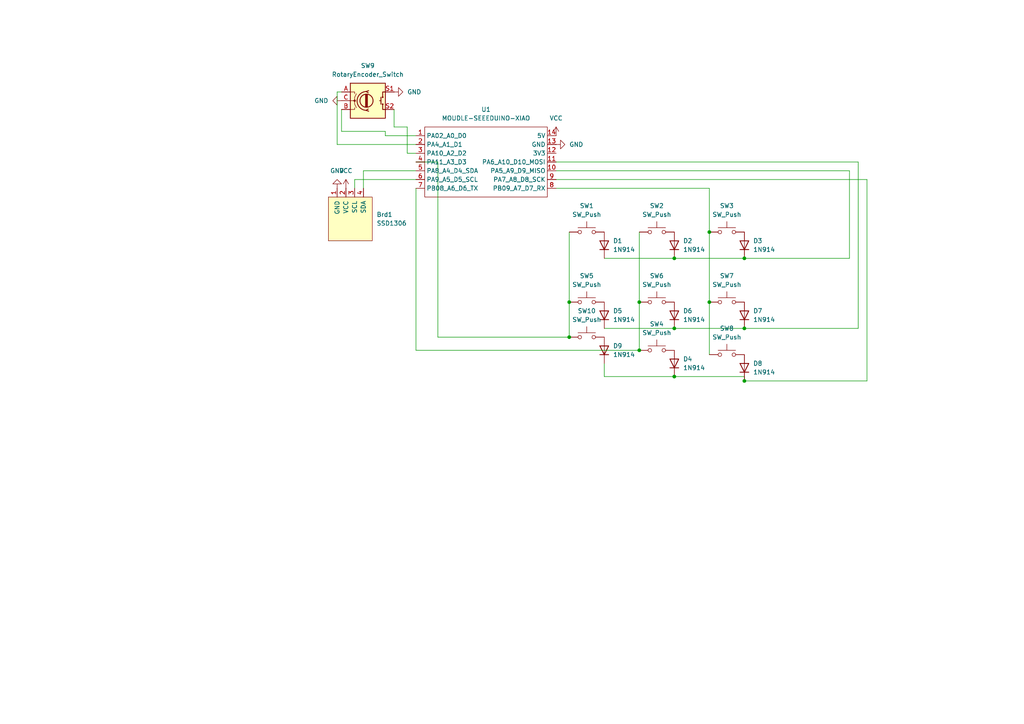
<source format=kicad_sch>
(kicad_sch
	(version 20250114)
	(generator "eeschema")
	(generator_version "9.0")
	(uuid "0bdb54ab-0c80-451c-8b2c-f03233cccc22")
	(paper "A4")
	(lib_symbols
		(symbol "Device:RotaryEncoder_Switch"
			(pin_names
				(offset 0.254)
				(hide yes)
			)
			(exclude_from_sim no)
			(in_bom yes)
			(on_board yes)
			(property "Reference" "SW"
				(at 0 6.604 0)
				(effects
					(font
						(size 1.27 1.27)
					)
				)
			)
			(property "Value" "RotaryEncoder_Switch"
				(at 0 -6.604 0)
				(effects
					(font
						(size 1.27 1.27)
					)
				)
			)
			(property "Footprint" ""
				(at -3.81 4.064 0)
				(effects
					(font
						(size 1.27 1.27)
					)
					(hide yes)
				)
			)
			(property "Datasheet" "~"
				(at 0 6.604 0)
				(effects
					(font
						(size 1.27 1.27)
					)
					(hide yes)
				)
			)
			(property "Description" "Rotary encoder, dual channel, incremental quadrate outputs, with switch"
				(at 0 0 0)
				(effects
					(font
						(size 1.27 1.27)
					)
					(hide yes)
				)
			)
			(property "ki_keywords" "rotary switch encoder switch push button"
				(at 0 0 0)
				(effects
					(font
						(size 1.27 1.27)
					)
					(hide yes)
				)
			)
			(property "ki_fp_filters" "RotaryEncoder*Switch*"
				(at 0 0 0)
				(effects
					(font
						(size 1.27 1.27)
					)
					(hide yes)
				)
			)
			(symbol "RotaryEncoder_Switch_0_1"
				(rectangle
					(start -5.08 5.08)
					(end 5.08 -5.08)
					(stroke
						(width 0.254)
						(type default)
					)
					(fill
						(type background)
					)
				)
				(polyline
					(pts
						(xy -5.08 2.54) (xy -3.81 2.54) (xy -3.81 2.032)
					)
					(stroke
						(width 0)
						(type default)
					)
					(fill
						(type none)
					)
				)
				(polyline
					(pts
						(xy -5.08 0) (xy -3.81 0) (xy -3.81 -1.016) (xy -3.302 -2.032)
					)
					(stroke
						(width 0)
						(type default)
					)
					(fill
						(type none)
					)
				)
				(polyline
					(pts
						(xy -5.08 -2.54) (xy -3.81 -2.54) (xy -3.81 -2.032)
					)
					(stroke
						(width 0)
						(type default)
					)
					(fill
						(type none)
					)
				)
				(polyline
					(pts
						(xy -4.318 0) (xy -3.81 0) (xy -3.81 1.016) (xy -3.302 2.032)
					)
					(stroke
						(width 0)
						(type default)
					)
					(fill
						(type none)
					)
				)
				(circle
					(center -3.81 0)
					(radius 0.254)
					(stroke
						(width 0)
						(type default)
					)
					(fill
						(type outline)
					)
				)
				(polyline
					(pts
						(xy -0.635 -1.778) (xy -0.635 1.778)
					)
					(stroke
						(width 0.254)
						(type default)
					)
					(fill
						(type none)
					)
				)
				(circle
					(center -0.381 0)
					(radius 1.905)
					(stroke
						(width 0.254)
						(type default)
					)
					(fill
						(type none)
					)
				)
				(polyline
					(pts
						(xy -0.381 -1.778) (xy -0.381 1.778)
					)
					(stroke
						(width 0.254)
						(type default)
					)
					(fill
						(type none)
					)
				)
				(arc
					(start -0.381 -2.794)
					(mid -3.0988 -0.0635)
					(end -0.381 2.667)
					(stroke
						(width 0.254)
						(type default)
					)
					(fill
						(type none)
					)
				)
				(polyline
					(pts
						(xy -0.127 1.778) (xy -0.127 -1.778)
					)
					(stroke
						(width 0.254)
						(type default)
					)
					(fill
						(type none)
					)
				)
				(polyline
					(pts
						(xy 0.254 2.921) (xy -0.508 2.667) (xy 0.127 2.286)
					)
					(stroke
						(width 0.254)
						(type default)
					)
					(fill
						(type none)
					)
				)
				(polyline
					(pts
						(xy 0.254 -3.048) (xy -0.508 -2.794) (xy 0.127 -2.413)
					)
					(stroke
						(width 0.254)
						(type default)
					)
					(fill
						(type none)
					)
				)
				(polyline
					(pts
						(xy 3.81 1.016) (xy 3.81 -1.016)
					)
					(stroke
						(width 0.254)
						(type default)
					)
					(fill
						(type none)
					)
				)
				(polyline
					(pts
						(xy 3.81 0) (xy 3.429 0)
					)
					(stroke
						(width 0.254)
						(type default)
					)
					(fill
						(type none)
					)
				)
				(circle
					(center 4.318 1.016)
					(radius 0.127)
					(stroke
						(width 0.254)
						(type default)
					)
					(fill
						(type none)
					)
				)
				(circle
					(center 4.318 -1.016)
					(radius 0.127)
					(stroke
						(width 0.254)
						(type default)
					)
					(fill
						(type none)
					)
				)
				(polyline
					(pts
						(xy 5.08 2.54) (xy 4.318 2.54) (xy 4.318 1.016)
					)
					(stroke
						(width 0.254)
						(type default)
					)
					(fill
						(type none)
					)
				)
				(polyline
					(pts
						(xy 5.08 -2.54) (xy 4.318 -2.54) (xy 4.318 -1.016)
					)
					(stroke
						(width 0.254)
						(type default)
					)
					(fill
						(type none)
					)
				)
			)
			(symbol "RotaryEncoder_Switch_1_1"
				(pin passive line
					(at -7.62 2.54 0)
					(length 2.54)
					(name "A"
						(effects
							(font
								(size 1.27 1.27)
							)
						)
					)
					(number "A"
						(effects
							(font
								(size 1.27 1.27)
							)
						)
					)
				)
				(pin passive line
					(at -7.62 0 0)
					(length 2.54)
					(name "C"
						(effects
							(font
								(size 1.27 1.27)
							)
						)
					)
					(number "C"
						(effects
							(font
								(size 1.27 1.27)
							)
						)
					)
				)
				(pin passive line
					(at -7.62 -2.54 0)
					(length 2.54)
					(name "B"
						(effects
							(font
								(size 1.27 1.27)
							)
						)
					)
					(number "B"
						(effects
							(font
								(size 1.27 1.27)
							)
						)
					)
				)
				(pin passive line
					(at 7.62 2.54 180)
					(length 2.54)
					(name "S1"
						(effects
							(font
								(size 1.27 1.27)
							)
						)
					)
					(number "S1"
						(effects
							(font
								(size 1.27 1.27)
							)
						)
					)
				)
				(pin passive line
					(at 7.62 -2.54 180)
					(length 2.54)
					(name "S2"
						(effects
							(font
								(size 1.27 1.27)
							)
						)
					)
					(number "S2"
						(effects
							(font
								(size 1.27 1.27)
							)
						)
					)
				)
			)
			(embedded_fonts no)
		)
		(symbol "Diode:1N914"
			(pin_numbers
				(hide yes)
			)
			(pin_names
				(hide yes)
			)
			(exclude_from_sim no)
			(in_bom yes)
			(on_board yes)
			(property "Reference" "D"
				(at 0 2.54 0)
				(effects
					(font
						(size 1.27 1.27)
					)
				)
			)
			(property "Value" "1N914"
				(at 0 -2.54 0)
				(effects
					(font
						(size 1.27 1.27)
					)
				)
			)
			(property "Footprint" "Diode_THT:D_DO-35_SOD27_P7.62mm_Horizontal"
				(at 0 -4.445 0)
				(effects
					(font
						(size 1.27 1.27)
					)
					(hide yes)
				)
			)
			(property "Datasheet" "http://www.vishay.com/docs/85622/1n914.pdf"
				(at 0 0 0)
				(effects
					(font
						(size 1.27 1.27)
					)
					(hide yes)
				)
			)
			(property "Description" "100V 0.3A Small Signal Fast Switching Diode, DO-35"
				(at 0 0 0)
				(effects
					(font
						(size 1.27 1.27)
					)
					(hide yes)
				)
			)
			(property "Sim.Device" "D"
				(at 0 0 0)
				(effects
					(font
						(size 1.27 1.27)
					)
					(hide yes)
				)
			)
			(property "Sim.Pins" "1=K 2=A"
				(at 0 0 0)
				(effects
					(font
						(size 1.27 1.27)
					)
					(hide yes)
				)
			)
			(property "ki_keywords" "diode"
				(at 0 0 0)
				(effects
					(font
						(size 1.27 1.27)
					)
					(hide yes)
				)
			)
			(property "ki_fp_filters" "D*DO?35*"
				(at 0 0 0)
				(effects
					(font
						(size 1.27 1.27)
					)
					(hide yes)
				)
			)
			(symbol "1N914_0_1"
				(polyline
					(pts
						(xy -1.27 1.27) (xy -1.27 -1.27)
					)
					(stroke
						(width 0.254)
						(type default)
					)
					(fill
						(type none)
					)
				)
				(polyline
					(pts
						(xy 1.27 1.27) (xy 1.27 -1.27) (xy -1.27 0) (xy 1.27 1.27)
					)
					(stroke
						(width 0.254)
						(type default)
					)
					(fill
						(type none)
					)
				)
				(polyline
					(pts
						(xy 1.27 0) (xy -1.27 0)
					)
					(stroke
						(width 0)
						(type default)
					)
					(fill
						(type none)
					)
				)
			)
			(symbol "1N914_1_1"
				(pin passive line
					(at -3.81 0 0)
					(length 2.54)
					(name "K"
						(effects
							(font
								(size 1.27 1.27)
							)
						)
					)
					(number "1"
						(effects
							(font
								(size 1.27 1.27)
							)
						)
					)
				)
				(pin passive line
					(at 3.81 0 180)
					(length 2.54)
					(name "A"
						(effects
							(font
								(size 1.27 1.27)
							)
						)
					)
					(number "2"
						(effects
							(font
								(size 1.27 1.27)
							)
						)
					)
				)
			)
			(embedded_fonts no)
		)
		(symbol "SSD1306-128x64_OLED:SSD1306"
			(pin_names
				(offset 1.016)
			)
			(exclude_from_sim no)
			(in_bom yes)
			(on_board yes)
			(property "Reference" "Brd"
				(at 0 -3.81 0)
				(effects
					(font
						(size 1.27 1.27)
					)
				)
			)
			(property "Value" "SSD1306"
				(at 0 -1.27 0)
				(effects
					(font
						(size 1.27 1.27)
					)
				)
			)
			(property "Footprint" ""
				(at 0 6.35 0)
				(effects
					(font
						(size 1.27 1.27)
					)
					(hide yes)
				)
			)
			(property "Datasheet" ""
				(at 0 6.35 0)
				(effects
					(font
						(size 1.27 1.27)
					)
					(hide yes)
				)
			)
			(property "Description" ""
				(at 0 0 0)
				(effects
					(font
						(size 1.27 1.27)
					)
					(hide yes)
				)
			)
			(property "ki_fp_filters" "SSD1306-128x64_OLED:SSD1306"
				(at 0 0 0)
				(effects
					(font
						(size 1.27 1.27)
					)
					(hide yes)
				)
			)
			(symbol "SSD1306_0_1"
				(rectangle
					(start -6.35 6.35)
					(end 6.35 -6.35)
					(stroke
						(width 0)
						(type solid)
					)
					(fill
						(type background)
					)
				)
			)
			(symbol "SSD1306_1_1"
				(pin input line
					(at -3.81 8.89 270)
					(length 2.54)
					(name "GND"
						(effects
							(font
								(size 1.27 1.27)
							)
						)
					)
					(number "1"
						(effects
							(font
								(size 1.27 1.27)
							)
						)
					)
				)
				(pin input line
					(at -1.27 8.89 270)
					(length 2.54)
					(name "VCC"
						(effects
							(font
								(size 1.27 1.27)
							)
						)
					)
					(number "2"
						(effects
							(font
								(size 1.27 1.27)
							)
						)
					)
				)
				(pin input line
					(at 1.27 8.89 270)
					(length 2.54)
					(name "SCL"
						(effects
							(font
								(size 1.27 1.27)
							)
						)
					)
					(number "3"
						(effects
							(font
								(size 1.27 1.27)
							)
						)
					)
				)
				(pin input line
					(at 3.81 8.89 270)
					(length 2.54)
					(name "SDA"
						(effects
							(font
								(size 1.27 1.27)
							)
						)
					)
					(number "4"
						(effects
							(font
								(size 1.27 1.27)
							)
						)
					)
				)
			)
			(embedded_fonts no)
		)
		(symbol "Switch:SW_Push"
			(pin_numbers
				(hide yes)
			)
			(pin_names
				(offset 1.016)
				(hide yes)
			)
			(exclude_from_sim no)
			(in_bom yes)
			(on_board yes)
			(property "Reference" "SW"
				(at 1.27 2.54 0)
				(effects
					(font
						(size 1.27 1.27)
					)
					(justify left)
				)
			)
			(property "Value" "SW_Push"
				(at 0 -1.524 0)
				(effects
					(font
						(size 1.27 1.27)
					)
				)
			)
			(property "Footprint" ""
				(at 0 5.08 0)
				(effects
					(font
						(size 1.27 1.27)
					)
					(hide yes)
				)
			)
			(property "Datasheet" "~"
				(at 0 5.08 0)
				(effects
					(font
						(size 1.27 1.27)
					)
					(hide yes)
				)
			)
			(property "Description" "Push button switch, generic, two pins"
				(at 0 0 0)
				(effects
					(font
						(size 1.27 1.27)
					)
					(hide yes)
				)
			)
			(property "ki_keywords" "switch normally-open pushbutton push-button"
				(at 0 0 0)
				(effects
					(font
						(size 1.27 1.27)
					)
					(hide yes)
				)
			)
			(symbol "SW_Push_0_1"
				(circle
					(center -2.032 0)
					(radius 0.508)
					(stroke
						(width 0)
						(type default)
					)
					(fill
						(type none)
					)
				)
				(polyline
					(pts
						(xy 0 1.27) (xy 0 3.048)
					)
					(stroke
						(width 0)
						(type default)
					)
					(fill
						(type none)
					)
				)
				(circle
					(center 2.032 0)
					(radius 0.508)
					(stroke
						(width 0)
						(type default)
					)
					(fill
						(type none)
					)
				)
				(polyline
					(pts
						(xy 2.54 1.27) (xy -2.54 1.27)
					)
					(stroke
						(width 0)
						(type default)
					)
					(fill
						(type none)
					)
				)
				(pin passive line
					(at -5.08 0 0)
					(length 2.54)
					(name "1"
						(effects
							(font
								(size 1.27 1.27)
							)
						)
					)
					(number "1"
						(effects
							(font
								(size 1.27 1.27)
							)
						)
					)
				)
				(pin passive line
					(at 5.08 0 180)
					(length 2.54)
					(name "2"
						(effects
							(font
								(size 1.27 1.27)
							)
						)
					)
					(number "2"
						(effects
							(font
								(size 1.27 1.27)
							)
						)
					)
				)
			)
			(embedded_fonts no)
		)
		(symbol "XIAO_RP2040:MOUDLE-SEEEDUINO-XIAO"
			(exclude_from_sim no)
			(in_bom yes)
			(on_board yes)
			(property "Reference" "U"
				(at -16.51 11.43 0)
				(effects
					(font
						(size 1.27 1.27)
					)
				)
			)
			(property "Value" "MOUDLE-SEEEDUINO-XIAO"
				(at -3.81 -11.43 0)
				(effects
					(font
						(size 1.27 1.27)
					)
				)
			)
			(property "Footprint" ""
				(at -16.51 2.54 0)
				(effects
					(font
						(size 1.27 1.27)
					)
					(hide yes)
				)
			)
			(property "Datasheet" ""
				(at -16.51 2.54 0)
				(effects
					(font
						(size 1.27 1.27)
					)
					(hide yes)
				)
			)
			(property "Description" ""
				(at 0 0 0)
				(effects
					(font
						(size 1.27 1.27)
					)
					(hide yes)
				)
			)
			(symbol "MOUDLE-SEEEDUINO-XIAO_0_1"
				(rectangle
					(start -16.51 10.16)
					(end 19.05 -10.16)
					(stroke
						(width 0)
						(type default)
					)
					(fill
						(type none)
					)
				)
			)
			(symbol "MOUDLE-SEEEDUINO-XIAO_1_1"
				(pin passive line
					(at -19.05 7.62 0)
					(length 2.54)
					(name "PA02_A0_D0"
						(effects
							(font
								(size 1.27 1.27)
							)
						)
					)
					(number "1"
						(effects
							(font
								(size 1.27 1.27)
							)
						)
					)
				)
				(pin passive line
					(at -19.05 5.08 0)
					(length 2.54)
					(name "PA4_A1_D1"
						(effects
							(font
								(size 1.27 1.27)
							)
						)
					)
					(number "2"
						(effects
							(font
								(size 1.27 1.27)
							)
						)
					)
				)
				(pin passive line
					(at -19.05 2.54 0)
					(length 2.54)
					(name "PA10_A2_D2"
						(effects
							(font
								(size 1.27 1.27)
							)
						)
					)
					(number "3"
						(effects
							(font
								(size 1.27 1.27)
							)
						)
					)
				)
				(pin passive line
					(at -19.05 0 0)
					(length 2.54)
					(name "PA11_A3_D3"
						(effects
							(font
								(size 1.27 1.27)
							)
						)
					)
					(number "4"
						(effects
							(font
								(size 1.27 1.27)
							)
						)
					)
				)
				(pin passive line
					(at -19.05 -2.54 0)
					(length 2.54)
					(name "PA8_A4_D4_SDA"
						(effects
							(font
								(size 1.27 1.27)
							)
						)
					)
					(number "5"
						(effects
							(font
								(size 1.27 1.27)
							)
						)
					)
				)
				(pin passive line
					(at -19.05 -5.08 0)
					(length 2.54)
					(name "PA9_A5_D5_SCL"
						(effects
							(font
								(size 1.27 1.27)
							)
						)
					)
					(number "6"
						(effects
							(font
								(size 1.27 1.27)
							)
						)
					)
				)
				(pin passive line
					(at -19.05 -7.62 0)
					(length 2.54)
					(name "PB08_A6_D6_TX"
						(effects
							(font
								(size 1.27 1.27)
							)
						)
					)
					(number "7"
						(effects
							(font
								(size 1.27 1.27)
							)
						)
					)
				)
				(pin passive line
					(at 21.59 7.62 180)
					(length 2.54)
					(name "5V"
						(effects
							(font
								(size 1.27 1.27)
							)
						)
					)
					(number "14"
						(effects
							(font
								(size 1.27 1.27)
							)
						)
					)
				)
				(pin passive line
					(at 21.59 5.08 180)
					(length 2.54)
					(name "GND"
						(effects
							(font
								(size 1.27 1.27)
							)
						)
					)
					(number "13"
						(effects
							(font
								(size 1.27 1.27)
							)
						)
					)
				)
				(pin passive line
					(at 21.59 2.54 180)
					(length 2.54)
					(name "3V3"
						(effects
							(font
								(size 1.27 1.27)
							)
						)
					)
					(number "12"
						(effects
							(font
								(size 1.27 1.27)
							)
						)
					)
				)
				(pin passive line
					(at 21.59 0 180)
					(length 2.54)
					(name "PA6_A10_D10_MOSI"
						(effects
							(font
								(size 1.27 1.27)
							)
						)
					)
					(number "11"
						(effects
							(font
								(size 1.27 1.27)
							)
						)
					)
				)
				(pin passive line
					(at 21.59 -2.54 180)
					(length 2.54)
					(name "PA5_A9_D9_MISO"
						(effects
							(font
								(size 1.27 1.27)
							)
						)
					)
					(number "10"
						(effects
							(font
								(size 1.27 1.27)
							)
						)
					)
				)
				(pin passive line
					(at 21.59 -5.08 180)
					(length 2.54)
					(name "PA7_A8_D8_SCK"
						(effects
							(font
								(size 1.27 1.27)
							)
						)
					)
					(number "9"
						(effects
							(font
								(size 1.27 1.27)
							)
						)
					)
				)
				(pin passive line
					(at 21.59 -7.62 180)
					(length 2.54)
					(name "PB09_A7_D7_RX"
						(effects
							(font
								(size 1.27 1.27)
							)
						)
					)
					(number "8"
						(effects
							(font
								(size 1.27 1.27)
							)
						)
					)
				)
			)
			(embedded_fonts no)
		)
		(symbol "power:GND"
			(power)
			(pin_numbers
				(hide yes)
			)
			(pin_names
				(offset 0)
				(hide yes)
			)
			(exclude_from_sim no)
			(in_bom yes)
			(on_board yes)
			(property "Reference" "#PWR"
				(at 0 -6.35 0)
				(effects
					(font
						(size 1.27 1.27)
					)
					(hide yes)
				)
			)
			(property "Value" "GND"
				(at 0 -3.81 0)
				(effects
					(font
						(size 1.27 1.27)
					)
				)
			)
			(property "Footprint" ""
				(at 0 0 0)
				(effects
					(font
						(size 1.27 1.27)
					)
					(hide yes)
				)
			)
			(property "Datasheet" ""
				(at 0 0 0)
				(effects
					(font
						(size 1.27 1.27)
					)
					(hide yes)
				)
			)
			(property "Description" "Power symbol creates a global label with name \"GND\" , ground"
				(at 0 0 0)
				(effects
					(font
						(size 1.27 1.27)
					)
					(hide yes)
				)
			)
			(property "ki_keywords" "global power"
				(at 0 0 0)
				(effects
					(font
						(size 1.27 1.27)
					)
					(hide yes)
				)
			)
			(symbol "GND_0_1"
				(polyline
					(pts
						(xy 0 0) (xy 0 -1.27) (xy 1.27 -1.27) (xy 0 -2.54) (xy -1.27 -1.27) (xy 0 -1.27)
					)
					(stroke
						(width 0)
						(type default)
					)
					(fill
						(type none)
					)
				)
			)
			(symbol "GND_1_1"
				(pin power_in line
					(at 0 0 270)
					(length 0)
					(name "~"
						(effects
							(font
								(size 1.27 1.27)
							)
						)
					)
					(number "1"
						(effects
							(font
								(size 1.27 1.27)
							)
						)
					)
				)
			)
			(embedded_fonts no)
		)
		(symbol "power:VCC"
			(power)
			(pin_numbers
				(hide yes)
			)
			(pin_names
				(offset 0)
				(hide yes)
			)
			(exclude_from_sim no)
			(in_bom yes)
			(on_board yes)
			(property "Reference" "#PWR"
				(at 0 -3.81 0)
				(effects
					(font
						(size 1.27 1.27)
					)
					(hide yes)
				)
			)
			(property "Value" "VCC"
				(at 0 3.556 0)
				(effects
					(font
						(size 1.27 1.27)
					)
				)
			)
			(property "Footprint" ""
				(at 0 0 0)
				(effects
					(font
						(size 1.27 1.27)
					)
					(hide yes)
				)
			)
			(property "Datasheet" ""
				(at 0 0 0)
				(effects
					(font
						(size 1.27 1.27)
					)
					(hide yes)
				)
			)
			(property "Description" "Power symbol creates a global label with name \"VCC\""
				(at 0 0 0)
				(effects
					(font
						(size 1.27 1.27)
					)
					(hide yes)
				)
			)
			(property "ki_keywords" "global power"
				(at 0 0 0)
				(effects
					(font
						(size 1.27 1.27)
					)
					(hide yes)
				)
			)
			(symbol "VCC_0_1"
				(polyline
					(pts
						(xy -0.762 1.27) (xy 0 2.54)
					)
					(stroke
						(width 0)
						(type default)
					)
					(fill
						(type none)
					)
				)
				(polyline
					(pts
						(xy 0 2.54) (xy 0.762 1.27)
					)
					(stroke
						(width 0)
						(type default)
					)
					(fill
						(type none)
					)
				)
				(polyline
					(pts
						(xy 0 0) (xy 0 2.54)
					)
					(stroke
						(width 0)
						(type default)
					)
					(fill
						(type none)
					)
				)
			)
			(symbol "VCC_1_1"
				(pin power_in line
					(at 0 0 90)
					(length 0)
					(name "~"
						(effects
							(font
								(size 1.27 1.27)
							)
						)
					)
					(number "1"
						(effects
							(font
								(size 1.27 1.27)
							)
						)
					)
				)
			)
			(embedded_fonts no)
		)
	)
	(junction
		(at 165.1 97.79)
		(diameter 0)
		(color 0 0 0 0)
		(uuid "1822b220-af95-4f7e-9e1e-b7da45dc5661")
	)
	(junction
		(at 215.9 74.93)
		(diameter 0)
		(color 0 0 0 0)
		(uuid "27d3ba22-bfe4-4e41-9765-ba2ea22f6c1d")
	)
	(junction
		(at 165.1 87.63)
		(diameter 0)
		(color 0 0 0 0)
		(uuid "4c7888b6-43b1-461d-b007-3c44eabcb180")
	)
	(junction
		(at 195.58 95.25)
		(diameter 0)
		(color 0 0 0 0)
		(uuid "55c48d40-cb77-4abd-a6b9-b96b5d097edd")
	)
	(junction
		(at 205.74 87.63)
		(diameter 0)
		(color 0 0 0 0)
		(uuid "55ec1652-eac9-47aa-ba6e-f385cc9385a2")
	)
	(junction
		(at 215.9 110.49)
		(diameter 0)
		(color 0 0 0 0)
		(uuid "6827ada5-81a5-4014-ad3e-d2c9416f8618")
	)
	(junction
		(at 185.42 101.6)
		(diameter 0)
		(color 0 0 0 0)
		(uuid "77c7dbbc-3579-4b45-9ed1-0b178c6f0152")
	)
	(junction
		(at 215.9 95.25)
		(diameter 0)
		(color 0 0 0 0)
		(uuid "87e9a2d9-ab35-4a09-aa96-cbf757e2a561")
	)
	(junction
		(at 195.58 74.93)
		(diameter 0)
		(color 0 0 0 0)
		(uuid "a75e96fd-aaf8-41ac-97c4-612a3660707e")
	)
	(junction
		(at 195.58 109.22)
		(diameter 0)
		(color 0 0 0 0)
		(uuid "daf3122d-e49f-41e5-8c22-677e1fb0649d")
	)
	(junction
		(at 185.42 87.63)
		(diameter 0)
		(color 0 0 0 0)
		(uuid "ebd27312-6d1d-4c61-9b17-c734bdc5da97")
	)
	(junction
		(at 205.74 67.31)
		(diameter 0)
		(color 0 0 0 0)
		(uuid "f8348005-28f1-4647-ad1b-0d50ef96b70f")
	)
	(wire
		(pts
			(xy 248.92 95.25) (xy 248.92 46.99)
		)
		(stroke
			(width 0)
			(type default)
		)
		(uuid "0116ddc5-787f-420f-930c-650f992d8554")
	)
	(wire
		(pts
			(xy 205.74 54.61) (xy 161.29 54.61)
		)
		(stroke
			(width 0)
			(type default)
		)
		(uuid "03fa9bb6-ff8d-4302-bfa1-c17d69cd803e")
	)
	(wire
		(pts
			(xy 248.92 46.99) (xy 161.29 46.99)
		)
		(stroke
			(width 0)
			(type default)
		)
		(uuid "0fb8f1e3-543c-4b40-af00-cae7b80f2851")
	)
	(wire
		(pts
			(xy 205.74 87.63) (xy 205.74 67.31)
		)
		(stroke
			(width 0)
			(type default)
		)
		(uuid "10f7c91c-f3b8-44a9-999f-657d1c01c6c4")
	)
	(wire
		(pts
			(xy 195.58 74.93) (xy 215.9 74.93)
		)
		(stroke
			(width 0)
			(type default)
		)
		(uuid "111e01b2-ef5f-40cb-af70-d5f81c0fde6c")
	)
	(wire
		(pts
			(xy 120.65 101.6) (xy 120.65 54.61)
		)
		(stroke
			(width 0)
			(type default)
		)
		(uuid "115fd75c-f068-43de-aeee-4df41566968d")
	)
	(wire
		(pts
			(xy 120.65 39.37) (xy 111.76 39.37)
		)
		(stroke
			(width 0)
			(type default)
		)
		(uuid "116d8b5b-7a51-46fa-b2c0-63b1d01d67f3")
	)
	(wire
		(pts
			(xy 114.3 36.83) (xy 114.3 31.75)
		)
		(stroke
			(width 0)
			(type default)
		)
		(uuid "11a47768-21a8-4396-8a72-df30d7c3f252")
	)
	(wire
		(pts
			(xy 127 46.99) (xy 120.65 46.99)
		)
		(stroke
			(width 0)
			(type default)
		)
		(uuid "199171e2-dd8d-45cd-b451-24f791e24cf0")
	)
	(wire
		(pts
			(xy 127 97.79) (xy 127 46.99)
		)
		(stroke
			(width 0)
			(type default)
		)
		(uuid "1cea8f8b-0249-43e5-8907-ba5e67480e82")
	)
	(wire
		(pts
			(xy 175.26 109.22) (xy 195.58 109.22)
		)
		(stroke
			(width 0)
			(type default)
		)
		(uuid "1e06fdd9-2aab-467c-a728-f0a31410f030")
	)
	(wire
		(pts
			(xy 97.79 41.91) (xy 120.65 41.91)
		)
		(stroke
			(width 0)
			(type default)
		)
		(uuid "24e4e009-f3bf-4b52-aabd-cc09b640b403")
	)
	(wire
		(pts
			(xy 102.87 52.07) (xy 120.65 52.07)
		)
		(stroke
			(width 0)
			(type default)
		)
		(uuid "39d28b99-d877-4d07-afa9-ee3d79dfc070")
	)
	(wire
		(pts
			(xy 215.9 74.93) (xy 246.38 74.93)
		)
		(stroke
			(width 0)
			(type default)
		)
		(uuid "45cbcc7c-6815-4a72-ad24-64b2675bc6d6")
	)
	(wire
		(pts
			(xy 99.06 38.1) (xy 99.06 31.75)
		)
		(stroke
			(width 0)
			(type default)
		)
		(uuid "4bfa5e80-6c91-4036-907c-1ad6a5f7fcb5")
	)
	(wire
		(pts
			(xy 185.42 101.6) (xy 120.65 101.6)
		)
		(stroke
			(width 0)
			(type default)
		)
		(uuid "55829d3f-d693-44b6-bea0-8f975f5ca718")
	)
	(wire
		(pts
			(xy 175.26 74.93) (xy 195.58 74.93)
		)
		(stroke
			(width 0)
			(type default)
		)
		(uuid "5aed49f9-7979-41ac-aee8-f846930e59f8")
	)
	(wire
		(pts
			(xy 185.42 67.31) (xy 185.42 87.63)
		)
		(stroke
			(width 0)
			(type default)
		)
		(uuid "5c0592be-fcce-4575-a328-4fd053aadba8")
	)
	(wire
		(pts
			(xy 251.46 110.49) (xy 251.46 52.07)
		)
		(stroke
			(width 0)
			(type default)
		)
		(uuid "60ac75ac-95f1-44b8-81ef-51652723bd31")
	)
	(wire
		(pts
			(xy 195.58 109.22) (xy 215.9 109.22)
		)
		(stroke
			(width 0)
			(type default)
		)
		(uuid "60b8d59f-ae19-4317-8141-64792469d136")
	)
	(wire
		(pts
			(xy 111.76 39.37) (xy 111.76 38.1)
		)
		(stroke
			(width 0)
			(type default)
		)
		(uuid "611c9d1d-b52d-48d2-bfe4-c7ebfd14b3c3")
	)
	(wire
		(pts
			(xy 165.1 67.31) (xy 165.1 87.63)
		)
		(stroke
			(width 0)
			(type default)
		)
		(uuid "6b494823-894a-416d-82cb-4b0657136c24")
	)
	(wire
		(pts
			(xy 102.87 54.61) (xy 102.87 52.07)
		)
		(stroke
			(width 0)
			(type default)
		)
		(uuid "6d326e1a-60ef-4670-9910-f32c309070fb")
	)
	(wire
		(pts
			(xy 99.06 26.67) (xy 97.79 26.67)
		)
		(stroke
			(width 0)
			(type default)
		)
		(uuid "71771b4a-b283-47b5-90ad-3aeb470ea7ca")
	)
	(wire
		(pts
			(xy 246.38 49.53) (xy 161.29 49.53)
		)
		(stroke
			(width 0)
			(type default)
		)
		(uuid "7204672e-26cc-4c37-90d8-ce01badd1f9a")
	)
	(wire
		(pts
			(xy 165.1 97.79) (xy 127 97.79)
		)
		(stroke
			(width 0)
			(type default)
		)
		(uuid "7423fec6-baea-4696-ac90-bd0b7c9d3f07")
	)
	(wire
		(pts
			(xy 118.11 44.45) (xy 118.11 36.83)
		)
		(stroke
			(width 0)
			(type default)
		)
		(uuid "7b9cf4c0-6385-4625-ac04-32115ee5a811")
	)
	(wire
		(pts
			(xy 105.41 49.53) (xy 120.65 49.53)
		)
		(stroke
			(width 0)
			(type default)
		)
		(uuid "7e5ac880-6a63-45de-b52f-84e65b913dd4")
	)
	(wire
		(pts
			(xy 118.11 36.83) (xy 114.3 36.83)
		)
		(stroke
			(width 0)
			(type default)
		)
		(uuid "8db323d5-97f5-4e23-809e-55101a8e2c68")
	)
	(wire
		(pts
			(xy 111.76 38.1) (xy 99.06 38.1)
		)
		(stroke
			(width 0)
			(type default)
		)
		(uuid "931a806b-6dde-4cf4-b754-1b23e389056b")
	)
	(wire
		(pts
			(xy 175.26 95.25) (xy 195.58 95.25)
		)
		(stroke
			(width 0)
			(type default)
		)
		(uuid "9809a099-1eab-4873-9be0-8e113a7be4ac")
	)
	(wire
		(pts
			(xy 105.41 54.61) (xy 105.41 49.53)
		)
		(stroke
			(width 0)
			(type default)
		)
		(uuid "9da4d7db-25d6-4ed4-9b7b-e47bd2335145")
	)
	(wire
		(pts
			(xy 215.9 109.22) (xy 215.9 110.49)
		)
		(stroke
			(width 0)
			(type default)
		)
		(uuid "abf9469e-90d0-4438-8e4d-df88247660e7")
	)
	(wire
		(pts
			(xy 195.58 95.25) (xy 215.9 95.25)
		)
		(stroke
			(width 0)
			(type default)
		)
		(uuid "ac4e2dcd-d138-4c47-b995-4d4a6def6811")
	)
	(wire
		(pts
			(xy 120.65 44.45) (xy 118.11 44.45)
		)
		(stroke
			(width 0)
			(type default)
		)
		(uuid "ad045965-b9d0-4d53-926f-febff19d0a11")
	)
	(wire
		(pts
			(xy 215.9 110.49) (xy 251.46 110.49)
		)
		(stroke
			(width 0)
			(type default)
		)
		(uuid "b8c82166-b73e-49a5-a121-5108790c245c")
	)
	(wire
		(pts
			(xy 215.9 95.25) (xy 248.92 95.25)
		)
		(stroke
			(width 0)
			(type default)
		)
		(uuid "ccaeeb9d-50d9-4ec9-8b5b-b25df0e76492")
	)
	(wire
		(pts
			(xy 175.26 105.41) (xy 175.26 109.22)
		)
		(stroke
			(width 0)
			(type default)
		)
		(uuid "d1aa0fa2-f864-46fd-84ec-a14e092d26fc")
	)
	(wire
		(pts
			(xy 97.79 26.67) (xy 97.79 41.91)
		)
		(stroke
			(width 0)
			(type default)
		)
		(uuid "d374c5cf-e444-497b-b4ea-9395db992d0f")
	)
	(wire
		(pts
			(xy 205.74 87.63) (xy 205.74 102.87)
		)
		(stroke
			(width 0)
			(type default)
		)
		(uuid "d58ae4fc-b164-414b-8f7f-04c44d67c251")
	)
	(wire
		(pts
			(xy 185.42 87.63) (xy 185.42 101.6)
		)
		(stroke
			(width 0)
			(type default)
		)
		(uuid "e96fcf97-e1b8-408d-bf9b-72f35a6165ab")
	)
	(wire
		(pts
			(xy 165.1 87.63) (xy 165.1 97.79)
		)
		(stroke
			(width 0)
			(type default)
		)
		(uuid "eee29412-331a-464f-acc9-feb670aab099")
	)
	(wire
		(pts
			(xy 251.46 52.07) (xy 161.29 52.07)
		)
		(stroke
			(width 0)
			(type default)
		)
		(uuid "f70d4f37-4959-4a65-b9fb-f7e9bb2113f1")
	)
	(wire
		(pts
			(xy 205.74 67.31) (xy 205.74 54.61)
		)
		(stroke
			(width 0)
			(type default)
		)
		(uuid "fc6a1f9d-4210-4483-9833-b3dcd54d53d0")
	)
	(wire
		(pts
			(xy 246.38 74.93) (xy 246.38 49.53)
		)
		(stroke
			(width 0)
			(type default)
		)
		(uuid "fce122e1-f206-44a0-b87d-9234c9e517d6")
	)
	(symbol
		(lib_id "Switch:SW_Push")
		(at 190.5 67.31 0)
		(unit 1)
		(exclude_from_sim no)
		(in_bom yes)
		(on_board yes)
		(dnp no)
		(fields_autoplaced yes)
		(uuid "13bd0fbe-b2dd-4ebc-b2b8-ceaa60276112")
		(property "Reference" "SW2"
			(at 190.5 59.69 0)
			(effects
				(font
					(size 1.27 1.27)
				)
			)
		)
		(property "Value" "SW_Push"
			(at 190.5 62.23 0)
			(effects
				(font
					(size 1.27 1.27)
				)
			)
		)
		(property "Footprint" "Button_Switch_Keyboard:SW_Cherry_MX_1.00u_PCB"
			(at 190.5 62.23 0)
			(effects
				(font
					(size 1.27 1.27)
				)
				(hide yes)
			)
		)
		(property "Datasheet" "~"
			(at 190.5 62.23 0)
			(effects
				(font
					(size 1.27 1.27)
				)
				(hide yes)
			)
		)
		(property "Description" "Push button switch, generic, two pins"
			(at 190.5 67.31 0)
			(effects
				(font
					(size 1.27 1.27)
				)
				(hide yes)
			)
		)
		(pin "2"
			(uuid "ff8c7aab-7d2f-4ea9-8a62-e9101b834e9d")
		)
		(pin "1"
			(uuid "9579a2ae-5ffb-4967-9d5a-1fa399e7a684")
		)
		(instances
			(project "bigboi_quandildingle"
				(path "/0bdb54ab-0c80-451c-8b2c-f03233cccc22"
					(reference "SW2")
					(unit 1)
				)
			)
		)
	)
	(symbol
		(lib_id "Switch:SW_Push")
		(at 170.18 87.63 0)
		(unit 1)
		(exclude_from_sim no)
		(in_bom yes)
		(on_board yes)
		(dnp no)
		(fields_autoplaced yes)
		(uuid "170eb97b-f1f0-4716-8882-453d25a3f67d")
		(property "Reference" "SW5"
			(at 170.18 80.01 0)
			(effects
				(font
					(size 1.27 1.27)
				)
			)
		)
		(property "Value" "SW_Push"
			(at 170.18 82.55 0)
			(effects
				(font
					(size 1.27 1.27)
				)
			)
		)
		(property "Footprint" "Button_Switch_Keyboard:SW_Cherry_MX_1.00u_PCB"
			(at 170.18 82.55 0)
			(effects
				(font
					(size 1.27 1.27)
				)
				(hide yes)
			)
		)
		(property "Datasheet" "~"
			(at 170.18 82.55 0)
			(effects
				(font
					(size 1.27 1.27)
				)
				(hide yes)
			)
		)
		(property "Description" "Push button switch, generic, two pins"
			(at 170.18 87.63 0)
			(effects
				(font
					(size 1.27 1.27)
				)
				(hide yes)
			)
		)
		(pin "2"
			(uuid "549f8bc6-13b2-4b97-ab2f-816b2e61bfee")
		)
		(pin "1"
			(uuid "df8120b9-96b7-46f3-a207-64bdc97054a2")
		)
		(instances
			(project "bigboi_quandildingle"
				(path "/0bdb54ab-0c80-451c-8b2c-f03233cccc22"
					(reference "SW5")
					(unit 1)
				)
			)
		)
	)
	(symbol
		(lib_id "Diode:1N914")
		(at 215.9 106.68 90)
		(unit 1)
		(exclude_from_sim no)
		(in_bom yes)
		(on_board yes)
		(dnp no)
		(fields_autoplaced yes)
		(uuid "1acea187-c044-4afd-8fe9-8a3a79133df0")
		(property "Reference" "D8"
			(at 218.44 105.4099 90)
			(effects
				(font
					(size 1.27 1.27)
				)
				(justify right)
			)
		)
		(property "Value" "1N914"
			(at 218.44 107.9499 90)
			(effects
				(font
					(size 1.27 1.27)
				)
				(justify right)
			)
		)
		(property "Footprint" "Diode_THT:D_DO-35_SOD27_P7.62mm_Horizontal"
			(at 220.345 106.68 0)
			(effects
				(font
					(size 1.27 1.27)
				)
				(hide yes)
			)
		)
		(property "Datasheet" "http://www.vishay.com/docs/85622/1n914.pdf"
			(at 215.9 106.68 0)
			(effects
				(font
					(size 1.27 1.27)
				)
				(hide yes)
			)
		)
		(property "Description" "100V 0.3A Small Signal Fast Switching Diode, DO-35"
			(at 215.9 106.68 0)
			(effects
				(font
					(size 1.27 1.27)
				)
				(hide yes)
			)
		)
		(property "Sim.Device" "D"
			(at 215.9 106.68 0)
			(effects
				(font
					(size 1.27 1.27)
				)
				(hide yes)
			)
		)
		(property "Sim.Pins" "1=K 2=A"
			(at 215.9 106.68 0)
			(effects
				(font
					(size 1.27 1.27)
				)
				(hide yes)
			)
		)
		(pin "1"
			(uuid "bf2dcf2f-cf6d-4875-bfc7-306212b5f190")
		)
		(pin "2"
			(uuid "f7ed7793-ec22-43c2-afd5-a38c8acd69fa")
		)
		(instances
			(project "bigboi_quandildingle"
				(path "/0bdb54ab-0c80-451c-8b2c-f03233cccc22"
					(reference "D8")
					(unit 1)
				)
			)
		)
	)
	(symbol
		(lib_id "Switch:SW_Push")
		(at 190.5 87.63 0)
		(unit 1)
		(exclude_from_sim no)
		(in_bom yes)
		(on_board yes)
		(dnp no)
		(fields_autoplaced yes)
		(uuid "29928dc4-0f5a-4739-a626-85c63656028c")
		(property "Reference" "SW6"
			(at 190.5 80.01 0)
			(effects
				(font
					(size 1.27 1.27)
				)
			)
		)
		(property "Value" "SW_Push"
			(at 190.5 82.55 0)
			(effects
				(font
					(size 1.27 1.27)
				)
			)
		)
		(property "Footprint" "Button_Switch_Keyboard:SW_Cherry_MX_1.00u_PCB"
			(at 190.5 82.55 0)
			(effects
				(font
					(size 1.27 1.27)
				)
				(hide yes)
			)
		)
		(property "Datasheet" "~"
			(at 190.5 82.55 0)
			(effects
				(font
					(size 1.27 1.27)
				)
				(hide yes)
			)
		)
		(property "Description" "Push button switch, generic, two pins"
			(at 190.5 87.63 0)
			(effects
				(font
					(size 1.27 1.27)
				)
				(hide yes)
			)
		)
		(pin "2"
			(uuid "32444912-b438-42a5-8252-ed399f23982b")
		)
		(pin "1"
			(uuid "7b8ea9c0-27ab-4877-bf95-8b7a5f7c41a5")
		)
		(instances
			(project "bigboi_quandildingle"
				(path "/0bdb54ab-0c80-451c-8b2c-f03233cccc22"
					(reference "SW6")
					(unit 1)
				)
			)
		)
	)
	(symbol
		(lib_id "Switch:SW_Push")
		(at 170.18 67.31 0)
		(unit 1)
		(exclude_from_sim no)
		(in_bom yes)
		(on_board yes)
		(dnp no)
		(fields_autoplaced yes)
		(uuid "37e401e9-b3af-484e-b265-b9ce2c0d72a5")
		(property "Reference" "SW1"
			(at 170.18 59.69 0)
			(effects
				(font
					(size 1.27 1.27)
				)
			)
		)
		(property "Value" "SW_Push"
			(at 170.18 62.23 0)
			(effects
				(font
					(size 1.27 1.27)
				)
			)
		)
		(property "Footprint" "Button_Switch_Keyboard:SW_Cherry_MX_1.00u_PCB"
			(at 170.18 62.23 0)
			(effects
				(font
					(size 1.27 1.27)
				)
				(hide yes)
			)
		)
		(property "Datasheet" "~"
			(at 170.18 62.23 0)
			(effects
				(font
					(size 1.27 1.27)
				)
				(hide yes)
			)
		)
		(property "Description" "Push button switch, generic, two pins"
			(at 170.18 67.31 0)
			(effects
				(font
					(size 1.27 1.27)
				)
				(hide yes)
			)
		)
		(pin "2"
			(uuid "3e327359-8ebd-4d1c-ba31-05dfe3032037")
		)
		(pin "1"
			(uuid "8cbca356-3231-4e13-a038-872cee9fca39")
		)
		(instances
			(project ""
				(path "/0bdb54ab-0c80-451c-8b2c-f03233cccc22"
					(reference "SW1")
					(unit 1)
				)
			)
		)
	)
	(symbol
		(lib_id "power:VCC")
		(at 100.33 54.61 0)
		(unit 1)
		(exclude_from_sim no)
		(in_bom yes)
		(on_board yes)
		(dnp no)
		(fields_autoplaced yes)
		(uuid "3fd27b98-4712-4d70-9af8-332085e9ffe3")
		(property "Reference" "#PWR06"
			(at 100.33 58.42 0)
			(effects
				(font
					(size 1.27 1.27)
				)
				(hide yes)
			)
		)
		(property "Value" "VCC"
			(at 100.33 49.53 0)
			(effects
				(font
					(size 1.27 1.27)
				)
			)
		)
		(property "Footprint" ""
			(at 100.33 54.61 0)
			(effects
				(font
					(size 1.27 1.27)
				)
				(hide yes)
			)
		)
		(property "Datasheet" ""
			(at 100.33 54.61 0)
			(effects
				(font
					(size 1.27 1.27)
				)
				(hide yes)
			)
		)
		(property "Description" "Power symbol creates a global label with name \"VCC\""
			(at 100.33 54.61 0)
			(effects
				(font
					(size 1.27 1.27)
				)
				(hide yes)
			)
		)
		(pin "1"
			(uuid "07cdc164-8d80-4f8c-808a-35134f797984")
		)
		(instances
			(project ""
				(path "/0bdb54ab-0c80-451c-8b2c-f03233cccc22"
					(reference "#PWR06")
					(unit 1)
				)
			)
		)
	)
	(symbol
		(lib_id "Diode:1N914")
		(at 175.26 71.12 90)
		(unit 1)
		(exclude_from_sim no)
		(in_bom yes)
		(on_board yes)
		(dnp no)
		(fields_autoplaced yes)
		(uuid "43e07112-e425-4697-abac-4bfa7e7a5e78")
		(property "Reference" "D1"
			(at 177.8 69.8499 90)
			(effects
				(font
					(size 1.27 1.27)
				)
				(justify right)
			)
		)
		(property "Value" "1N914"
			(at 177.8 72.3899 90)
			(effects
				(font
					(size 1.27 1.27)
				)
				(justify right)
			)
		)
		(property "Footprint" "Diode_THT:D_DO-35_SOD27_P7.62mm_Horizontal"
			(at 179.705 71.12 0)
			(effects
				(font
					(size 1.27 1.27)
				)
				(hide yes)
			)
		)
		(property "Datasheet" "http://www.vishay.com/docs/85622/1n914.pdf"
			(at 175.26 71.12 0)
			(effects
				(font
					(size 1.27 1.27)
				)
				(hide yes)
			)
		)
		(property "Description" "100V 0.3A Small Signal Fast Switching Diode, DO-35"
			(at 175.26 71.12 0)
			(effects
				(font
					(size 1.27 1.27)
				)
				(hide yes)
			)
		)
		(property "Sim.Device" "D"
			(at 175.26 71.12 0)
			(effects
				(font
					(size 1.27 1.27)
				)
				(hide yes)
			)
		)
		(property "Sim.Pins" "1=K 2=A"
			(at 175.26 71.12 0)
			(effects
				(font
					(size 1.27 1.27)
				)
				(hide yes)
			)
		)
		(pin "1"
			(uuid "aea2d2dc-10c7-41eb-8589-f0a4a88fe547")
		)
		(pin "2"
			(uuid "8a6ac7aa-72c7-4613-b099-1dc18142bcf7")
		)
		(instances
			(project ""
				(path "/0bdb54ab-0c80-451c-8b2c-f03233cccc22"
					(reference "D1")
					(unit 1)
				)
			)
		)
	)
	(symbol
		(lib_id "Diode:1N914")
		(at 175.26 101.6 90)
		(unit 1)
		(exclude_from_sim no)
		(in_bom yes)
		(on_board yes)
		(dnp no)
		(fields_autoplaced yes)
		(uuid "45244950-e3f3-46ac-92cb-6ab3b32b9bd5")
		(property "Reference" "D9"
			(at 177.8 100.3299 90)
			(effects
				(font
					(size 1.27 1.27)
				)
				(justify right)
			)
		)
		(property "Value" "1N914"
			(at 177.8 102.8699 90)
			(effects
				(font
					(size 1.27 1.27)
				)
				(justify right)
			)
		)
		(property "Footprint" "Diode_THT:D_DO-35_SOD27_P7.62mm_Horizontal"
			(at 179.705 101.6 0)
			(effects
				(font
					(size 1.27 1.27)
				)
				(hide yes)
			)
		)
		(property "Datasheet" "http://www.vishay.com/docs/85622/1n914.pdf"
			(at 175.26 101.6 0)
			(effects
				(font
					(size 1.27 1.27)
				)
				(hide yes)
			)
		)
		(property "Description" "100V 0.3A Small Signal Fast Switching Diode, DO-35"
			(at 175.26 101.6 0)
			(effects
				(font
					(size 1.27 1.27)
				)
				(hide yes)
			)
		)
		(property "Sim.Device" "D"
			(at 175.26 101.6 0)
			(effects
				(font
					(size 1.27 1.27)
				)
				(hide yes)
			)
		)
		(property "Sim.Pins" "1=K 2=A"
			(at 175.26 101.6 0)
			(effects
				(font
					(size 1.27 1.27)
				)
				(hide yes)
			)
		)
		(pin "1"
			(uuid "48574bbc-9e56-4448-a2d4-6722ca2d06ad")
		)
		(pin "2"
			(uuid "2785ebe2-50e0-4e23-b4e4-77effde2ab9c")
		)
		(instances
			(project "bigboi_quandildingle"
				(path "/0bdb54ab-0c80-451c-8b2c-f03233cccc22"
					(reference "D9")
					(unit 1)
				)
			)
		)
	)
	(symbol
		(lib_id "Switch:SW_Push")
		(at 210.82 87.63 0)
		(unit 1)
		(exclude_from_sim no)
		(in_bom yes)
		(on_board yes)
		(dnp no)
		(fields_autoplaced yes)
		(uuid "4b390e4c-7366-4a41-b853-84ca0f5ce61e")
		(property "Reference" "SW7"
			(at 210.82 80.01 0)
			(effects
				(font
					(size 1.27 1.27)
				)
			)
		)
		(property "Value" "SW_Push"
			(at 210.82 82.55 0)
			(effects
				(font
					(size 1.27 1.27)
				)
			)
		)
		(property "Footprint" "Button_Switch_Keyboard:SW_Cherry_MX_1.00u_PCB"
			(at 210.82 82.55 0)
			(effects
				(font
					(size 1.27 1.27)
				)
				(hide yes)
			)
		)
		(property "Datasheet" "~"
			(at 210.82 82.55 0)
			(effects
				(font
					(size 1.27 1.27)
				)
				(hide yes)
			)
		)
		(property "Description" "Push button switch, generic, two pins"
			(at 210.82 87.63 0)
			(effects
				(font
					(size 1.27 1.27)
				)
				(hide yes)
			)
		)
		(pin "2"
			(uuid "a6de52d8-6709-423b-a8e8-21e6d00115c5")
		)
		(pin "1"
			(uuid "41f72c02-ad5d-4004-a593-05140ca3999e")
		)
		(instances
			(project "bigboi_quandildingle"
				(path "/0bdb54ab-0c80-451c-8b2c-f03233cccc22"
					(reference "SW7")
					(unit 1)
				)
			)
		)
	)
	(symbol
		(lib_id "power:GND")
		(at 99.06 29.21 270)
		(unit 1)
		(exclude_from_sim no)
		(in_bom yes)
		(on_board yes)
		(dnp no)
		(fields_autoplaced yes)
		(uuid "4da231a0-2d7b-4e0a-bf27-d59f9dab5661")
		(property "Reference" "#PWR02"
			(at 92.71 29.21 0)
			(effects
				(font
					(size 1.27 1.27)
				)
				(hide yes)
			)
		)
		(property "Value" "GND"
			(at 95.25 29.2099 90)
			(effects
				(font
					(size 1.27 1.27)
				)
				(justify right)
			)
		)
		(property "Footprint" ""
			(at 99.06 29.21 0)
			(effects
				(font
					(size 1.27 1.27)
				)
				(hide yes)
			)
		)
		(property "Datasheet" ""
			(at 99.06 29.21 0)
			(effects
				(font
					(size 1.27 1.27)
				)
				(hide yes)
			)
		)
		(property "Description" "Power symbol creates a global label with name \"GND\" , ground"
			(at 99.06 29.21 0)
			(effects
				(font
					(size 1.27 1.27)
				)
				(hide yes)
			)
		)
		(pin "1"
			(uuid "3993571a-de41-49aa-8ef4-d4581cff15a0")
		)
		(instances
			(project ""
				(path "/0bdb54ab-0c80-451c-8b2c-f03233cccc22"
					(reference "#PWR02")
					(unit 1)
				)
			)
		)
	)
	(symbol
		(lib_id "Diode:1N914")
		(at 195.58 91.44 90)
		(unit 1)
		(exclude_from_sim no)
		(in_bom yes)
		(on_board yes)
		(dnp no)
		(fields_autoplaced yes)
		(uuid "58e17b06-70d7-4da3-86dd-c555334b0f89")
		(property "Reference" "D6"
			(at 198.12 90.1699 90)
			(effects
				(font
					(size 1.27 1.27)
				)
				(justify right)
			)
		)
		(property "Value" "1N914"
			(at 198.12 92.7099 90)
			(effects
				(font
					(size 1.27 1.27)
				)
				(justify right)
			)
		)
		(property "Footprint" "Diode_THT:D_DO-35_SOD27_P7.62mm_Horizontal"
			(at 200.025 91.44 0)
			(effects
				(font
					(size 1.27 1.27)
				)
				(hide yes)
			)
		)
		(property "Datasheet" "http://www.vishay.com/docs/85622/1n914.pdf"
			(at 195.58 91.44 0)
			(effects
				(font
					(size 1.27 1.27)
				)
				(hide yes)
			)
		)
		(property "Description" "100V 0.3A Small Signal Fast Switching Diode, DO-35"
			(at 195.58 91.44 0)
			(effects
				(font
					(size 1.27 1.27)
				)
				(hide yes)
			)
		)
		(property "Sim.Device" "D"
			(at 195.58 91.44 0)
			(effects
				(font
					(size 1.27 1.27)
				)
				(hide yes)
			)
		)
		(property "Sim.Pins" "1=K 2=A"
			(at 195.58 91.44 0)
			(effects
				(font
					(size 1.27 1.27)
				)
				(hide yes)
			)
		)
		(pin "1"
			(uuid "0e6f3144-867c-4e82-8983-905fc406ae37")
		)
		(pin "2"
			(uuid "1493a2be-a01a-45e3-8685-65252b8d69f2")
		)
		(instances
			(project "bigboi_quandildingle"
				(path "/0bdb54ab-0c80-451c-8b2c-f03233cccc22"
					(reference "D6")
					(unit 1)
				)
			)
		)
	)
	(symbol
		(lib_id "Switch:SW_Push")
		(at 210.82 67.31 0)
		(unit 1)
		(exclude_from_sim no)
		(in_bom yes)
		(on_board yes)
		(dnp no)
		(fields_autoplaced yes)
		(uuid "5dab993d-7054-40da-8928-81e729dbc3dc")
		(property "Reference" "SW3"
			(at 210.82 59.69 0)
			(effects
				(font
					(size 1.27 1.27)
				)
			)
		)
		(property "Value" "SW_Push"
			(at 210.82 62.23 0)
			(effects
				(font
					(size 1.27 1.27)
				)
			)
		)
		(property "Footprint" "Button_Switch_Keyboard:SW_Cherry_MX_1.00u_PCB"
			(at 210.82 62.23 0)
			(effects
				(font
					(size 1.27 1.27)
				)
				(hide yes)
			)
		)
		(property "Datasheet" "~"
			(at 210.82 62.23 0)
			(effects
				(font
					(size 1.27 1.27)
				)
				(hide yes)
			)
		)
		(property "Description" "Push button switch, generic, two pins"
			(at 210.82 67.31 0)
			(effects
				(font
					(size 1.27 1.27)
				)
				(hide yes)
			)
		)
		(pin "2"
			(uuid "a5e96af9-9960-46b5-a821-a5b791b67ec8")
		)
		(pin "1"
			(uuid "840cde80-4528-471d-b591-8999b4f8ec00")
		)
		(instances
			(project "bigboi_quandildingle"
				(path "/0bdb54ab-0c80-451c-8b2c-f03233cccc22"
					(reference "SW3")
					(unit 1)
				)
			)
		)
	)
	(symbol
		(lib_id "power:VCC")
		(at 161.29 39.37 0)
		(unit 1)
		(exclude_from_sim no)
		(in_bom yes)
		(on_board yes)
		(dnp no)
		(fields_autoplaced yes)
		(uuid "6018daa5-12e1-48c6-ba07-d6e708f922c7")
		(property "Reference" "#PWR04"
			(at 161.29 43.18 0)
			(effects
				(font
					(size 1.27 1.27)
				)
				(hide yes)
			)
		)
		(property "Value" "VCC"
			(at 161.29 34.29 0)
			(effects
				(font
					(size 1.27 1.27)
				)
			)
		)
		(property "Footprint" ""
			(at 161.29 39.37 0)
			(effects
				(font
					(size 1.27 1.27)
				)
				(hide yes)
			)
		)
		(property "Datasheet" ""
			(at 161.29 39.37 0)
			(effects
				(font
					(size 1.27 1.27)
				)
				(hide yes)
			)
		)
		(property "Description" "Power symbol creates a global label with name \"VCC\""
			(at 161.29 39.37 0)
			(effects
				(font
					(size 1.27 1.27)
				)
				(hide yes)
			)
		)
		(pin "1"
			(uuid "aecac9d4-e997-43ac-8a63-1ac08da0aa40")
		)
		(instances
			(project ""
				(path "/0bdb54ab-0c80-451c-8b2c-f03233cccc22"
					(reference "#PWR04")
					(unit 1)
				)
			)
		)
	)
	(symbol
		(lib_id "Switch:SW_Push")
		(at 210.82 102.87 0)
		(unit 1)
		(exclude_from_sim no)
		(in_bom yes)
		(on_board yes)
		(dnp no)
		(fields_autoplaced yes)
		(uuid "69362d26-0f97-4a6d-bc69-5d89cd2eb722")
		(property "Reference" "SW8"
			(at 210.82 95.25 0)
			(effects
				(font
					(size 1.27 1.27)
				)
			)
		)
		(property "Value" "SW_Push"
			(at 210.82 97.79 0)
			(effects
				(font
					(size 1.27 1.27)
				)
			)
		)
		(property "Footprint" "Button_Switch_Keyboard:SW_Cherry_MX_1.00u_PCB"
			(at 210.82 97.79 0)
			(effects
				(font
					(size 1.27 1.27)
				)
				(hide yes)
			)
		)
		(property "Datasheet" "~"
			(at 210.82 97.79 0)
			(effects
				(font
					(size 1.27 1.27)
				)
				(hide yes)
			)
		)
		(property "Description" "Push button switch, generic, two pins"
			(at 210.82 102.87 0)
			(effects
				(font
					(size 1.27 1.27)
				)
				(hide yes)
			)
		)
		(pin "2"
			(uuid "7d9e9a36-d80b-4844-ab7d-51c27276db48")
		)
		(pin "1"
			(uuid "d3744d2d-1542-4152-88ac-7471ae6eaace")
		)
		(instances
			(project "bigboi_quandildingle"
				(path "/0bdb54ab-0c80-451c-8b2c-f03233cccc22"
					(reference "SW8")
					(unit 1)
				)
			)
		)
	)
	(symbol
		(lib_id "Switch:SW_Push")
		(at 170.18 97.79 0)
		(unit 1)
		(exclude_from_sim no)
		(in_bom yes)
		(on_board yes)
		(dnp no)
		(fields_autoplaced yes)
		(uuid "69daead0-0928-46c1-9e46-6096b6164586")
		(property "Reference" "SW10"
			(at 170.18 90.17 0)
			(effects
				(font
					(size 1.27 1.27)
				)
			)
		)
		(property "Value" "SW_Push"
			(at 170.18 92.71 0)
			(effects
				(font
					(size 1.27 1.27)
				)
			)
		)
		(property "Footprint" "Button_Switch_Keyboard:SW_Cherry_MX_1.00u_PCB"
			(at 170.18 92.71 0)
			(effects
				(font
					(size 1.27 1.27)
				)
				(hide yes)
			)
		)
		(property "Datasheet" "~"
			(at 170.18 92.71 0)
			(effects
				(font
					(size 1.27 1.27)
				)
				(hide yes)
			)
		)
		(property "Description" "Push button switch, generic, two pins"
			(at 170.18 97.79 0)
			(effects
				(font
					(size 1.27 1.27)
				)
				(hide yes)
			)
		)
		(pin "2"
			(uuid "52ef3183-c745-4f1d-992c-9bd2dc0b12a8")
		)
		(pin "1"
			(uuid "b0154e97-ab57-42b4-9b02-13dfbc20c5fd")
		)
		(instances
			(project "bigboi_quandildingle"
				(path "/0bdb54ab-0c80-451c-8b2c-f03233cccc22"
					(reference "SW10")
					(unit 1)
				)
			)
		)
	)
	(symbol
		(lib_id "Diode:1N914")
		(at 195.58 105.41 90)
		(unit 1)
		(exclude_from_sim no)
		(in_bom yes)
		(on_board yes)
		(dnp no)
		(fields_autoplaced yes)
		(uuid "7115ed46-6a5f-4297-86df-a32052ca2811")
		(property "Reference" "D4"
			(at 198.12 104.1399 90)
			(effects
				(font
					(size 1.27 1.27)
				)
				(justify right)
			)
		)
		(property "Value" "1N914"
			(at 198.12 106.6799 90)
			(effects
				(font
					(size 1.27 1.27)
				)
				(justify right)
			)
		)
		(property "Footprint" "Diode_THT:D_DO-35_SOD27_P7.62mm_Horizontal"
			(at 200.025 105.41 0)
			(effects
				(font
					(size 1.27 1.27)
				)
				(hide yes)
			)
		)
		(property "Datasheet" "http://www.vishay.com/docs/85622/1n914.pdf"
			(at 195.58 105.41 0)
			(effects
				(font
					(size 1.27 1.27)
				)
				(hide yes)
			)
		)
		(property "Description" "100V 0.3A Small Signal Fast Switching Diode, DO-35"
			(at 195.58 105.41 0)
			(effects
				(font
					(size 1.27 1.27)
				)
				(hide yes)
			)
		)
		(property "Sim.Device" "D"
			(at 195.58 105.41 0)
			(effects
				(font
					(size 1.27 1.27)
				)
				(hide yes)
			)
		)
		(property "Sim.Pins" "1=K 2=A"
			(at 195.58 105.41 0)
			(effects
				(font
					(size 1.27 1.27)
				)
				(hide yes)
			)
		)
		(pin "1"
			(uuid "f75a12cf-c503-4e82-b296-6abac3f612d0")
		)
		(pin "2"
			(uuid "a2f8d970-30d6-45a4-875b-f4c5da33ee12")
		)
		(instances
			(project "bigboi_quandildingle"
				(path "/0bdb54ab-0c80-451c-8b2c-f03233cccc22"
					(reference "D4")
					(unit 1)
				)
			)
		)
	)
	(symbol
		(lib_id "Diode:1N914")
		(at 215.9 91.44 90)
		(unit 1)
		(exclude_from_sim no)
		(in_bom yes)
		(on_board yes)
		(dnp no)
		(fields_autoplaced yes)
		(uuid "71641865-5d71-411d-ac97-d0a4e3404c65")
		(property "Reference" "D7"
			(at 218.44 90.1699 90)
			(effects
				(font
					(size 1.27 1.27)
				)
				(justify right)
			)
		)
		(property "Value" "1N914"
			(at 218.44 92.7099 90)
			(effects
				(font
					(size 1.27 1.27)
				)
				(justify right)
			)
		)
		(property "Footprint" "Diode_THT:D_DO-35_SOD27_P7.62mm_Horizontal"
			(at 220.345 91.44 0)
			(effects
				(font
					(size 1.27 1.27)
				)
				(hide yes)
			)
		)
		(property "Datasheet" "http://www.vishay.com/docs/85622/1n914.pdf"
			(at 215.9 91.44 0)
			(effects
				(font
					(size 1.27 1.27)
				)
				(hide yes)
			)
		)
		(property "Description" "100V 0.3A Small Signal Fast Switching Diode, DO-35"
			(at 215.9 91.44 0)
			(effects
				(font
					(size 1.27 1.27)
				)
				(hide yes)
			)
		)
		(property "Sim.Device" "D"
			(at 215.9 91.44 0)
			(effects
				(font
					(size 1.27 1.27)
				)
				(hide yes)
			)
		)
		(property "Sim.Pins" "1=K 2=A"
			(at 215.9 91.44 0)
			(effects
				(font
					(size 1.27 1.27)
				)
				(hide yes)
			)
		)
		(pin "1"
			(uuid "7cce62b9-c7fa-432a-97d4-1697a6889ac0")
		)
		(pin "2"
			(uuid "3657bf59-cd4b-4514-9193-e99252c451e5")
		)
		(instances
			(project "bigboi_quandildingle"
				(path "/0bdb54ab-0c80-451c-8b2c-f03233cccc22"
					(reference "D7")
					(unit 1)
				)
			)
		)
	)
	(symbol
		(lib_id "Device:RotaryEncoder_Switch")
		(at 106.68 29.21 0)
		(unit 1)
		(exclude_from_sim no)
		(in_bom yes)
		(on_board yes)
		(dnp no)
		(fields_autoplaced yes)
		(uuid "7881ba36-71ce-4cf2-9bf7-376a41f03d69")
		(property "Reference" "SW9"
			(at 106.68 19.05 0)
			(effects
				(font
					(size 1.27 1.27)
				)
			)
		)
		(property "Value" "RotaryEncoder_Switch"
			(at 106.68 21.59 0)
			(effects
				(font
					(size 1.27 1.27)
				)
			)
		)
		(property "Footprint" "macropad:RotaryEncoder_Alps_EC11E_Vertical_H20mm"
			(at 102.87 25.146 0)
			(effects
				(font
					(size 1.27 1.27)
				)
				(hide yes)
			)
		)
		(property "Datasheet" "~"
			(at 106.68 22.606 0)
			(effects
				(font
					(size 1.27 1.27)
				)
				(hide yes)
			)
		)
		(property "Description" "Rotary encoder, dual channel, incremental quadrate outputs, with switch"
			(at 106.68 29.21 0)
			(effects
				(font
					(size 1.27 1.27)
				)
				(hide yes)
			)
		)
		(pin "S2"
			(uuid "0a22cafb-2245-419f-b225-0962bc68f802")
		)
		(pin "C"
			(uuid "01206eb5-80f7-4b14-b24b-244373ee93ba")
		)
		(pin "S1"
			(uuid "6e4842f7-0ea4-414f-bfb7-16b91f7242d9")
		)
		(pin "A"
			(uuid "9f9597c8-bc41-4ec2-8d42-016344b13e27")
		)
		(pin "B"
			(uuid "f8a98e10-34a4-4d90-aa63-7ddb0841db13")
		)
		(instances
			(project ""
				(path "/0bdb54ab-0c80-451c-8b2c-f03233cccc22"
					(reference "SW9")
					(unit 1)
				)
			)
		)
	)
	(symbol
		(lib_id "XIAO_RP2040:MOUDLE-SEEEDUINO-XIAO")
		(at 139.7 46.99 0)
		(unit 1)
		(exclude_from_sim no)
		(in_bom yes)
		(on_board yes)
		(dnp no)
		(fields_autoplaced yes)
		(uuid "79b02b00-0aa2-40b9-b0cb-ffb5733ec743")
		(property "Reference" "U1"
			(at 140.97 31.75 0)
			(effects
				(font
					(size 1.27 1.27)
				)
			)
		)
		(property "Value" "MOUDLE-SEEEDUINO-XIAO"
			(at 140.97 34.29 0)
			(effects
				(font
					(size 1.27 1.27)
				)
			)
		)
		(property "Footprint" "macropad:XIAO-Generic-Hybrid-14P-2.54-21X17.8MM"
			(at 123.19 44.45 0)
			(effects
				(font
					(size 1.27 1.27)
				)
				(hide yes)
			)
		)
		(property "Datasheet" ""
			(at 123.19 44.45 0)
			(effects
				(font
					(size 1.27 1.27)
				)
				(hide yes)
			)
		)
		(property "Description" ""
			(at 139.7 46.99 0)
			(effects
				(font
					(size 1.27 1.27)
				)
				(hide yes)
			)
		)
		(pin "5"
			(uuid "22be174d-1c82-404c-ada5-4b8dbaecd226")
		)
		(pin "14"
			(uuid "c2ef8d31-fdb8-4a14-afc1-1ac00192c3bd")
		)
		(pin "6"
			(uuid "9691d6d5-2c6f-4357-bdae-86df94305ecd")
		)
		(pin "7"
			(uuid "13e186e4-30e1-4310-b8d5-8a3812a56e4f")
		)
		(pin "1"
			(uuid "d39558b0-f72c-4112-b16d-a003f8e1ffe5")
		)
		(pin "2"
			(uuid "71587fd3-647a-4b3f-a803-721d56c6cf4b")
		)
		(pin "3"
			(uuid "862d9908-d511-47f5-bfbb-7856aad1c038")
		)
		(pin "4"
			(uuid "11e64fb2-78ef-4fb6-9294-86830502cab5")
		)
		(pin "11"
			(uuid "de3dbb51-2421-40ec-bae8-3b3821b21807")
		)
		(pin "13"
			(uuid "483cb0f2-b906-4117-bf5f-65adfe0431e6")
		)
		(pin "9"
			(uuid "53adb808-84bd-4e50-9c52-a7b958ad8dcf")
		)
		(pin "12"
			(uuid "4b919e46-e021-449d-b791-05195690e965")
		)
		(pin "10"
			(uuid "8ad525ce-b78b-42c7-8fee-49cb266f09e9")
		)
		(pin "8"
			(uuid "62a9ecde-3d96-4747-b103-484ad79c1a20")
		)
		(instances
			(project ""
				(path "/0bdb54ab-0c80-451c-8b2c-f03233cccc22"
					(reference "U1")
					(unit 1)
				)
			)
		)
	)
	(symbol
		(lib_id "power:GND")
		(at 114.3 26.67 90)
		(unit 1)
		(exclude_from_sim no)
		(in_bom yes)
		(on_board yes)
		(dnp no)
		(fields_autoplaced yes)
		(uuid "809f3db5-3dc7-449b-b8ce-3b5af826d7e8")
		(property "Reference" "#PWR03"
			(at 120.65 26.67 0)
			(effects
				(font
					(size 1.27 1.27)
				)
				(hide yes)
			)
		)
		(property "Value" "GND"
			(at 118.11 26.6699 90)
			(effects
				(font
					(size 1.27 1.27)
				)
				(justify right)
			)
		)
		(property "Footprint" ""
			(at 114.3 26.67 0)
			(effects
				(font
					(size 1.27 1.27)
				)
				(hide yes)
			)
		)
		(property "Datasheet" ""
			(at 114.3 26.67 0)
			(effects
				(font
					(size 1.27 1.27)
				)
				(hide yes)
			)
		)
		(property "Description" "Power symbol creates a global label with name \"GND\" , ground"
			(at 114.3 26.67 0)
			(effects
				(font
					(size 1.27 1.27)
				)
				(hide yes)
			)
		)
		(pin "1"
			(uuid "2231c651-6184-4b8b-ae0e-7987410df978")
		)
		(instances
			(project ""
				(path "/0bdb54ab-0c80-451c-8b2c-f03233cccc22"
					(reference "#PWR03")
					(unit 1)
				)
			)
		)
	)
	(symbol
		(lib_id "Diode:1N914")
		(at 175.26 91.44 90)
		(unit 1)
		(exclude_from_sim no)
		(in_bom yes)
		(on_board yes)
		(dnp no)
		(fields_autoplaced yes)
		(uuid "8b3ccb2e-d909-4c52-a7db-84ec87ab7892")
		(property "Reference" "D5"
			(at 177.8 90.1699 90)
			(effects
				(font
					(size 1.27 1.27)
				)
				(justify right)
			)
		)
		(property "Value" "1N914"
			(at 177.8 92.7099 90)
			(effects
				(font
					(size 1.27 1.27)
				)
				(justify right)
			)
		)
		(property "Footprint" "Diode_THT:D_DO-35_SOD27_P7.62mm_Horizontal"
			(at 179.705 91.44 0)
			(effects
				(font
					(size 1.27 1.27)
				)
				(hide yes)
			)
		)
		(property "Datasheet" "http://www.vishay.com/docs/85622/1n914.pdf"
			(at 175.26 91.44 0)
			(effects
				(font
					(size 1.27 1.27)
				)
				(hide yes)
			)
		)
		(property "Description" "100V 0.3A Small Signal Fast Switching Diode, DO-35"
			(at 175.26 91.44 0)
			(effects
				(font
					(size 1.27 1.27)
				)
				(hide yes)
			)
		)
		(property "Sim.Device" "D"
			(at 175.26 91.44 0)
			(effects
				(font
					(size 1.27 1.27)
				)
				(hide yes)
			)
		)
		(property "Sim.Pins" "1=K 2=A"
			(at 175.26 91.44 0)
			(effects
				(font
					(size 1.27 1.27)
				)
				(hide yes)
			)
		)
		(pin "1"
			(uuid "6fd9904c-d263-4d97-921d-d4e06bf03a5d")
		)
		(pin "2"
			(uuid "b8313753-8e60-4892-8cc0-e13a9557891d")
		)
		(instances
			(project "bigboi_quandildingle"
				(path "/0bdb54ab-0c80-451c-8b2c-f03233cccc22"
					(reference "D5")
					(unit 1)
				)
			)
		)
	)
	(symbol
		(lib_id "Switch:SW_Push")
		(at 190.5 101.6 0)
		(unit 1)
		(exclude_from_sim no)
		(in_bom yes)
		(on_board yes)
		(dnp no)
		(fields_autoplaced yes)
		(uuid "97e5ec01-093f-44ee-a9b2-1a091cd5e54d")
		(property "Reference" "SW4"
			(at 190.5 93.98 0)
			(effects
				(font
					(size 1.27 1.27)
				)
			)
		)
		(property "Value" "SW_Push"
			(at 190.5 96.52 0)
			(effects
				(font
					(size 1.27 1.27)
				)
			)
		)
		(property "Footprint" "Button_Switch_Keyboard:SW_Cherry_MX_1.00u_PCB"
			(at 190.5 96.52 0)
			(effects
				(font
					(size 1.27 1.27)
				)
				(hide yes)
			)
		)
		(property "Datasheet" "~"
			(at 190.5 96.52 0)
			(effects
				(font
					(size 1.27 1.27)
				)
				(hide yes)
			)
		)
		(property "Description" "Push button switch, generic, two pins"
			(at 190.5 101.6 0)
			(effects
				(font
					(size 1.27 1.27)
				)
				(hide yes)
			)
		)
		(pin "2"
			(uuid "d14904ec-b76f-4021-a42a-e2da6e485b81")
		)
		(pin "1"
			(uuid "2dc917ff-f8b7-4e31-aadc-523dc1daf595")
		)
		(instances
			(project "bigboi_quandildingle"
				(path "/0bdb54ab-0c80-451c-8b2c-f03233cccc22"
					(reference "SW4")
					(unit 1)
				)
			)
		)
	)
	(symbol
		(lib_id "SSD1306-128x64_OLED:SSD1306")
		(at 101.6 63.5 0)
		(unit 1)
		(exclude_from_sim no)
		(in_bom yes)
		(on_board yes)
		(dnp no)
		(fields_autoplaced yes)
		(uuid "aa069413-83d0-459c-9431-138962668c36")
		(property "Reference" "Brd1"
			(at 109.22 62.2299 0)
			(effects
				(font
					(size 1.27 1.27)
				)
				(justify left)
			)
		)
		(property "Value" "SSD1306"
			(at 109.22 64.7699 0)
			(effects
				(font
					(size 1.27 1.27)
				)
				(justify left)
			)
		)
		(property "Footprint" "macropad:SSD1306-0.91-OLED-4pin-128x32"
			(at 101.6 57.15 0)
			(effects
				(font
					(size 1.27 1.27)
				)
				(hide yes)
			)
		)
		(property "Datasheet" ""
			(at 101.6 57.15 0)
			(effects
				(font
					(size 1.27 1.27)
				)
				(hide yes)
			)
		)
		(property "Description" ""
			(at 101.6 63.5 0)
			(effects
				(font
					(size 1.27 1.27)
				)
				(hide yes)
			)
		)
		(pin "3"
			(uuid "d874b422-e8d5-41b5-88ae-f6f5b95136be")
		)
		(pin "1"
			(uuid "a6a9a1f5-77b2-4f7e-931e-1db696df0ed4")
		)
		(pin "2"
			(uuid "dbb7a78d-8a1b-47d3-ad8b-34410ec42094")
		)
		(pin "4"
			(uuid "df14465d-dc93-4f84-8958-764c58689089")
		)
		(instances
			(project ""
				(path "/0bdb54ab-0c80-451c-8b2c-f03233cccc22"
					(reference "Brd1")
					(unit 1)
				)
			)
		)
	)
	(symbol
		(lib_id "power:GND")
		(at 161.29 41.91 90)
		(unit 1)
		(exclude_from_sim no)
		(in_bom yes)
		(on_board yes)
		(dnp no)
		(fields_autoplaced yes)
		(uuid "dc68096f-95e7-4a24-b9e3-de3225f6fdd8")
		(property "Reference" "#PWR01"
			(at 167.64 41.91 0)
			(effects
				(font
					(size 1.27 1.27)
				)
				(hide yes)
			)
		)
		(property "Value" "GND"
			(at 165.1 41.9099 90)
			(effects
				(font
					(size 1.27 1.27)
				)
				(justify right)
			)
		)
		(property "Footprint" ""
			(at 161.29 41.91 0)
			(effects
				(font
					(size 1.27 1.27)
				)
				(hide yes)
			)
		)
		(property "Datasheet" ""
			(at 161.29 41.91 0)
			(effects
				(font
					(size 1.27 1.27)
				)
				(hide yes)
			)
		)
		(property "Description" "Power symbol creates a global label with name \"GND\" , ground"
			(at 161.29 41.91 0)
			(effects
				(font
					(size 1.27 1.27)
				)
				(hide yes)
			)
		)
		(pin "1"
			(uuid "a33e8a5b-e66e-4935-8b06-bc9abbdf54df")
		)
		(instances
			(project ""
				(path "/0bdb54ab-0c80-451c-8b2c-f03233cccc22"
					(reference "#PWR01")
					(unit 1)
				)
			)
		)
	)
	(symbol
		(lib_id "power:GND")
		(at 97.79 54.61 180)
		(unit 1)
		(exclude_from_sim no)
		(in_bom yes)
		(on_board yes)
		(dnp no)
		(fields_autoplaced yes)
		(uuid "e65edd57-093d-4197-85df-b9d2c18c2b58")
		(property "Reference" "#PWR05"
			(at 97.79 48.26 0)
			(effects
				(font
					(size 1.27 1.27)
				)
				(hide yes)
			)
		)
		(property "Value" "GND"
			(at 97.79 49.53 0)
			(effects
				(font
					(size 1.27 1.27)
				)
			)
		)
		(property "Footprint" ""
			(at 97.79 54.61 0)
			(effects
				(font
					(size 1.27 1.27)
				)
				(hide yes)
			)
		)
		(property "Datasheet" ""
			(at 97.79 54.61 0)
			(effects
				(font
					(size 1.27 1.27)
				)
				(hide yes)
			)
		)
		(property "Description" "Power symbol creates a global label with name \"GND\" , ground"
			(at 97.79 54.61 0)
			(effects
				(font
					(size 1.27 1.27)
				)
				(hide yes)
			)
		)
		(pin "1"
			(uuid "8c983991-df97-41fc-ba46-473e4f2d4b3c")
		)
		(instances
			(project ""
				(path "/0bdb54ab-0c80-451c-8b2c-f03233cccc22"
					(reference "#PWR05")
					(unit 1)
				)
			)
		)
	)
	(symbol
		(lib_id "Diode:1N914")
		(at 195.58 71.12 90)
		(unit 1)
		(exclude_from_sim no)
		(in_bom yes)
		(on_board yes)
		(dnp no)
		(fields_autoplaced yes)
		(uuid "ee6d6b95-1437-413f-97cf-79666d70b35f")
		(property "Reference" "D2"
			(at 198.12 69.8499 90)
			(effects
				(font
					(size 1.27 1.27)
				)
				(justify right)
			)
		)
		(property "Value" "1N914"
			(at 198.12 72.3899 90)
			(effects
				(font
					(size 1.27 1.27)
				)
				(justify right)
			)
		)
		(property "Footprint" "Diode_THT:D_DO-35_SOD27_P7.62mm_Horizontal"
			(at 200.025 71.12 0)
			(effects
				(font
					(size 1.27 1.27)
				)
				(hide yes)
			)
		)
		(property "Datasheet" "http://www.vishay.com/docs/85622/1n914.pdf"
			(at 195.58 71.12 0)
			(effects
				(font
					(size 1.27 1.27)
				)
				(hide yes)
			)
		)
		(property "Description" "100V 0.3A Small Signal Fast Switching Diode, DO-35"
			(at 195.58 71.12 0)
			(effects
				(font
					(size 1.27 1.27)
				)
				(hide yes)
			)
		)
		(property "Sim.Device" "D"
			(at 195.58 71.12 0)
			(effects
				(font
					(size 1.27 1.27)
				)
				(hide yes)
			)
		)
		(property "Sim.Pins" "1=K 2=A"
			(at 195.58 71.12 0)
			(effects
				(font
					(size 1.27 1.27)
				)
				(hide yes)
			)
		)
		(pin "1"
			(uuid "adf83c3e-4ca1-4fc6-b737-ba6ecb875511")
		)
		(pin "2"
			(uuid "9ff204c5-3b15-45df-a4fa-645a2e872bc9")
		)
		(instances
			(project "bigboi_quandildingle"
				(path "/0bdb54ab-0c80-451c-8b2c-f03233cccc22"
					(reference "D2")
					(unit 1)
				)
			)
		)
	)
	(symbol
		(lib_id "Diode:1N914")
		(at 215.9 71.12 90)
		(unit 1)
		(exclude_from_sim no)
		(in_bom yes)
		(on_board yes)
		(dnp no)
		(fields_autoplaced yes)
		(uuid "f6a2d9e4-e756-448d-b2e1-12081e698e0a")
		(property "Reference" "D3"
			(at 218.44 69.8499 90)
			(effects
				(font
					(size 1.27 1.27)
				)
				(justify right)
			)
		)
		(property "Value" "1N914"
			(at 218.44 72.3899 90)
			(effects
				(font
					(size 1.27 1.27)
				)
				(justify right)
			)
		)
		(property "Footprint" "Diode_THT:D_DO-35_SOD27_P7.62mm_Horizontal"
			(at 220.345 71.12 0)
			(effects
				(font
					(size 1.27 1.27)
				)
				(hide yes)
			)
		)
		(property "Datasheet" "http://www.vishay.com/docs/85622/1n914.pdf"
			(at 215.9 71.12 0)
			(effects
				(font
					(size 1.27 1.27)
				)
				(hide yes)
			)
		)
		(property "Description" "100V 0.3A Small Signal Fast Switching Diode, DO-35"
			(at 215.9 71.12 0)
			(effects
				(font
					(size 1.27 1.27)
				)
				(hide yes)
			)
		)
		(property "Sim.Device" "D"
			(at 215.9 71.12 0)
			(effects
				(font
					(size 1.27 1.27)
				)
				(hide yes)
			)
		)
		(property "Sim.Pins" "1=K 2=A"
			(at 215.9 71.12 0)
			(effects
				(font
					(size 1.27 1.27)
				)
				(hide yes)
			)
		)
		(pin "1"
			(uuid "8e472fb4-6dde-4d50-b8c0-c6944718df10")
		)
		(pin "2"
			(uuid "eaf3e1f4-3946-43ae-9532-d2906de1f35c")
		)
		(instances
			(project "bigboi_quandildingle"
				(path "/0bdb54ab-0c80-451c-8b2c-f03233cccc22"
					(reference "D3")
					(unit 1)
				)
			)
		)
	)
	(sheet_instances
		(path "/"
			(page "1")
		)
	)
	(embedded_fonts no)
)

</source>
